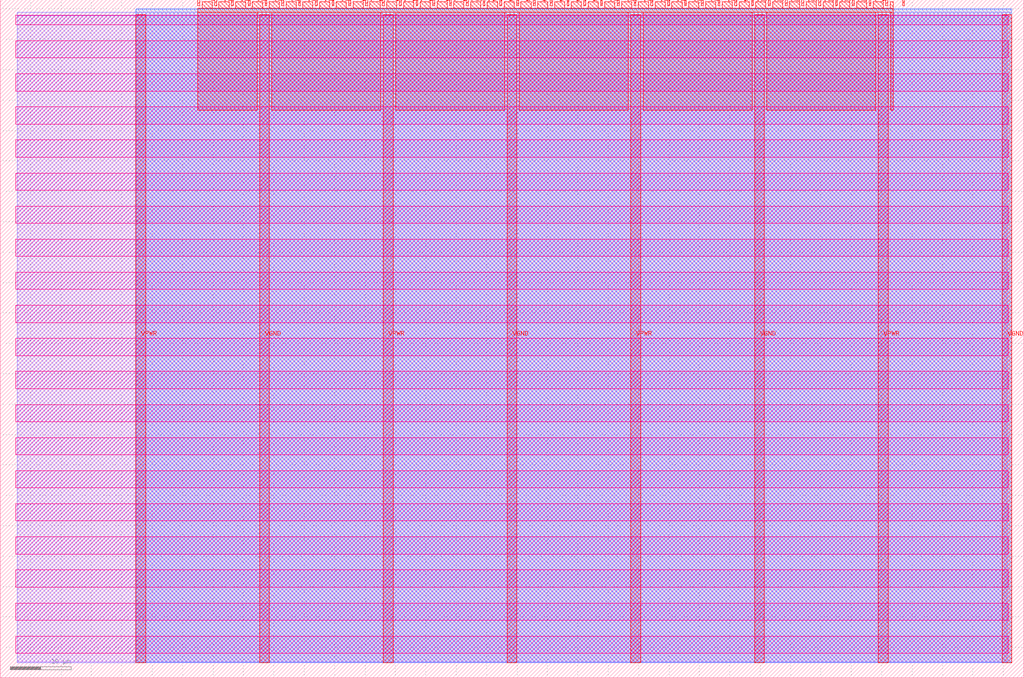
<source format=lef>
VERSION 5.7 ;
  NOWIREEXTENSIONATPIN ON ;
  DIVIDERCHAR "/" ;
  BUSBITCHARS "[]" ;
MACRO tt_um_mv_mult_alrdelcr_dup
  CLASS BLOCK ;
  FOREIGN tt_um_mv_mult_alrdelcr_dup ;
  ORIGIN 0.000 0.000 ;
  SIZE 168.360 BY 111.520 ;
  PIN VGND
    DIRECTION INOUT ;
    USE GROUND ;
    PORT
      LAYER met4 ;
        RECT 42.670 2.480 44.270 109.040 ;
    END
    PORT
      LAYER met4 ;
        RECT 83.380 2.480 84.980 109.040 ;
    END
    PORT
      LAYER met4 ;
        RECT 124.090 2.480 125.690 109.040 ;
    END
    PORT
      LAYER met4 ;
        RECT 164.800 2.480 166.400 109.040 ;
    END
  END VGND
  PIN VPWR
    DIRECTION INOUT ;
    USE POWER ;
    PORT
      LAYER met4 ;
        RECT 22.315 2.480 23.915 109.040 ;
    END
    PORT
      LAYER met4 ;
        RECT 63.025 2.480 64.625 109.040 ;
    END
    PORT
      LAYER met4 ;
        RECT 103.735 2.480 105.335 109.040 ;
    END
    PORT
      LAYER met4 ;
        RECT 144.445 2.480 146.045 109.040 ;
    END
  END VPWR
  PIN clk
    DIRECTION INPUT ;
    USE SIGNAL ;
    ANTENNAGATEAREA 0.852000 ;
    PORT
      LAYER met4 ;
        RECT 145.670 110.520 145.970 111.520 ;
    END
  END clk
  PIN ena
    DIRECTION INPUT ;
    USE SIGNAL ;
    PORT
      LAYER met4 ;
        RECT 148.430 110.520 148.730 111.520 ;
    END
  END ena
  PIN rst_n
    DIRECTION INPUT ;
    USE SIGNAL ;
    PORT
      LAYER met4 ;
        RECT 142.910 110.520 143.210 111.520 ;
    END
  END rst_n
  PIN ui_in[0]
    DIRECTION INPUT ;
    USE SIGNAL ;
    ANTENNAGATEAREA 0.196500 ;
    PORT
      LAYER met4 ;
        RECT 140.150 110.520 140.450 111.520 ;
    END
  END ui_in[0]
  PIN ui_in[1]
    DIRECTION INPUT ;
    USE SIGNAL ;
    ANTENNAGATEAREA 0.196500 ;
    PORT
      LAYER met4 ;
        RECT 137.390 110.520 137.690 111.520 ;
    END
  END ui_in[1]
  PIN ui_in[2]
    DIRECTION INPUT ;
    USE SIGNAL ;
    ANTENNAGATEAREA 0.196500 ;
    PORT
      LAYER met4 ;
        RECT 134.630 110.520 134.930 111.520 ;
    END
  END ui_in[2]
  PIN ui_in[3]
    DIRECTION INPUT ;
    USE SIGNAL ;
    ANTENNAGATEAREA 0.196500 ;
    PORT
      LAYER met4 ;
        RECT 131.870 110.520 132.170 111.520 ;
    END
  END ui_in[3]
  PIN ui_in[4]
    DIRECTION INPUT ;
    USE SIGNAL ;
    PORT
      LAYER met4 ;
        RECT 129.110 110.520 129.410 111.520 ;
    END
  END ui_in[4]
  PIN ui_in[5]
    DIRECTION INPUT ;
    USE SIGNAL ;
    PORT
      LAYER met4 ;
        RECT 126.350 110.520 126.650 111.520 ;
    END
  END ui_in[5]
  PIN ui_in[6]
    DIRECTION INPUT ;
    USE SIGNAL ;
    PORT
      LAYER met4 ;
        RECT 123.590 110.520 123.890 111.520 ;
    END
  END ui_in[6]
  PIN ui_in[7]
    DIRECTION INPUT ;
    USE SIGNAL ;
    PORT
      LAYER met4 ;
        RECT 120.830 110.520 121.130 111.520 ;
    END
  END ui_in[7]
  PIN uio_in[0]
    DIRECTION INPUT ;
    USE SIGNAL ;
    PORT
      LAYER met4 ;
        RECT 118.070 110.520 118.370 111.520 ;
    END
  END uio_in[0]
  PIN uio_in[1]
    DIRECTION INPUT ;
    USE SIGNAL ;
    PORT
      LAYER met4 ;
        RECT 115.310 110.520 115.610 111.520 ;
    END
  END uio_in[1]
  PIN uio_in[2]
    DIRECTION INPUT ;
    USE SIGNAL ;
    PORT
      LAYER met4 ;
        RECT 112.550 110.520 112.850 111.520 ;
    END
  END uio_in[2]
  PIN uio_in[3]
    DIRECTION INPUT ;
    USE SIGNAL ;
    PORT
      LAYER met4 ;
        RECT 109.790 110.520 110.090 111.520 ;
    END
  END uio_in[3]
  PIN uio_in[4]
    DIRECTION INPUT ;
    USE SIGNAL ;
    PORT
      LAYER met4 ;
        RECT 107.030 110.520 107.330 111.520 ;
    END
  END uio_in[4]
  PIN uio_in[5]
    DIRECTION INPUT ;
    USE SIGNAL ;
    PORT
      LAYER met4 ;
        RECT 104.270 110.520 104.570 111.520 ;
    END
  END uio_in[5]
  PIN uio_in[6]
    DIRECTION INPUT ;
    USE SIGNAL ;
    PORT
      LAYER met4 ;
        RECT 101.510 110.520 101.810 111.520 ;
    END
  END uio_in[6]
  PIN uio_in[7]
    DIRECTION INPUT ;
    USE SIGNAL ;
    PORT
      LAYER met4 ;
        RECT 98.750 110.520 99.050 111.520 ;
    END
  END uio_in[7]
  PIN uio_oe[0]
    DIRECTION OUTPUT TRISTATE ;
    USE SIGNAL ;
    PORT
      LAYER met4 ;
        RECT 51.830 110.520 52.130 111.520 ;
    END
  END uio_oe[0]
  PIN uio_oe[1]
    DIRECTION OUTPUT TRISTATE ;
    USE SIGNAL ;
    PORT
      LAYER met4 ;
        RECT 49.070 110.520 49.370 111.520 ;
    END
  END uio_oe[1]
  PIN uio_oe[2]
    DIRECTION OUTPUT TRISTATE ;
    USE SIGNAL ;
    PORT
      LAYER met4 ;
        RECT 46.310 110.520 46.610 111.520 ;
    END
  END uio_oe[2]
  PIN uio_oe[3]
    DIRECTION OUTPUT TRISTATE ;
    USE SIGNAL ;
    PORT
      LAYER met4 ;
        RECT 43.550 110.520 43.850 111.520 ;
    END
  END uio_oe[3]
  PIN uio_oe[4]
    DIRECTION OUTPUT TRISTATE ;
    USE SIGNAL ;
    PORT
      LAYER met4 ;
        RECT 40.790 110.520 41.090 111.520 ;
    END
  END uio_oe[4]
  PIN uio_oe[5]
    DIRECTION OUTPUT TRISTATE ;
    USE SIGNAL ;
    PORT
      LAYER met4 ;
        RECT 38.030 110.520 38.330 111.520 ;
    END
  END uio_oe[5]
  PIN uio_oe[6]
    DIRECTION OUTPUT TRISTATE ;
    USE SIGNAL ;
    PORT
      LAYER met4 ;
        RECT 35.270 110.520 35.570 111.520 ;
    END
  END uio_oe[6]
  PIN uio_oe[7]
    DIRECTION OUTPUT TRISTATE ;
    USE SIGNAL ;
    PORT
      LAYER met4 ;
        RECT 32.510 110.520 32.810 111.520 ;
    END
  END uio_oe[7]
  PIN uio_out[0]
    DIRECTION OUTPUT TRISTATE ;
    USE SIGNAL ;
    PORT
      LAYER met4 ;
        RECT 73.910 110.520 74.210 111.520 ;
    END
  END uio_out[0]
  PIN uio_out[1]
    DIRECTION OUTPUT TRISTATE ;
    USE SIGNAL ;
    PORT
      LAYER met4 ;
        RECT 71.150 110.520 71.450 111.520 ;
    END
  END uio_out[1]
  PIN uio_out[2]
    DIRECTION OUTPUT TRISTATE ;
    USE SIGNAL ;
    PORT
      LAYER met4 ;
        RECT 68.390 110.520 68.690 111.520 ;
    END
  END uio_out[2]
  PIN uio_out[3]
    DIRECTION OUTPUT TRISTATE ;
    USE SIGNAL ;
    PORT
      LAYER met4 ;
        RECT 65.630 110.520 65.930 111.520 ;
    END
  END uio_out[3]
  PIN uio_out[4]
    DIRECTION OUTPUT TRISTATE ;
    USE SIGNAL ;
    PORT
      LAYER met4 ;
        RECT 62.870 110.520 63.170 111.520 ;
    END
  END uio_out[4]
  PIN uio_out[5]
    DIRECTION OUTPUT TRISTATE ;
    USE SIGNAL ;
    PORT
      LAYER met4 ;
        RECT 60.110 110.520 60.410 111.520 ;
    END
  END uio_out[5]
  PIN uio_out[6]
    DIRECTION OUTPUT TRISTATE ;
    USE SIGNAL ;
    PORT
      LAYER met4 ;
        RECT 57.350 110.520 57.650 111.520 ;
    END
  END uio_out[6]
  PIN uio_out[7]
    DIRECTION OUTPUT TRISTATE ;
    USE SIGNAL ;
    PORT
      LAYER met4 ;
        RECT 54.590 110.520 54.890 111.520 ;
    END
  END uio_out[7]
  PIN uo_out[0]
    DIRECTION OUTPUT TRISTATE ;
    USE SIGNAL ;
    ANTENNAGATEAREA 0.378000 ;
    ANTENNADIFFAREA 0.891000 ;
    PORT
      LAYER met4 ;
        RECT 95.990 110.520 96.290 111.520 ;
    END
  END uo_out[0]
  PIN uo_out[1]
    DIRECTION OUTPUT TRISTATE ;
    USE SIGNAL ;
    ANTENNAGATEAREA 0.378000 ;
    ANTENNADIFFAREA 0.891000 ;
    PORT
      LAYER met4 ;
        RECT 93.230 110.520 93.530 111.520 ;
    END
  END uo_out[1]
  PIN uo_out[2]
    DIRECTION OUTPUT TRISTATE ;
    USE SIGNAL ;
    ANTENNAGATEAREA 0.378000 ;
    ANTENNADIFFAREA 0.891000 ;
    PORT
      LAYER met4 ;
        RECT 90.470 110.520 90.770 111.520 ;
    END
  END uo_out[2]
  PIN uo_out[3]
    DIRECTION OUTPUT TRISTATE ;
    USE SIGNAL ;
    ANTENNAGATEAREA 0.378000 ;
    ANTENNADIFFAREA 0.891000 ;
    PORT
      LAYER met4 ;
        RECT 87.710 110.520 88.010 111.520 ;
    END
  END uo_out[3]
  PIN uo_out[4]
    DIRECTION OUTPUT TRISTATE ;
    USE SIGNAL ;
    ANTENNAGATEAREA 0.378000 ;
    ANTENNADIFFAREA 0.891000 ;
    PORT
      LAYER met4 ;
        RECT 84.950 110.520 85.250 111.520 ;
    END
  END uo_out[4]
  PIN uo_out[5]
    DIRECTION OUTPUT TRISTATE ;
    USE SIGNAL ;
    ANTENNAGATEAREA 0.378000 ;
    ANTENNADIFFAREA 0.891000 ;
    PORT
      LAYER met4 ;
        RECT 82.190 110.520 82.490 111.520 ;
    END
  END uo_out[5]
  PIN uo_out[6]
    DIRECTION OUTPUT TRISTATE ;
    USE SIGNAL ;
    PORT
      LAYER met4 ;
        RECT 79.430 110.520 79.730 111.520 ;
    END
  END uo_out[6]
  PIN uo_out[7]
    DIRECTION OUTPUT TRISTATE ;
    USE SIGNAL ;
    PORT
      LAYER met4 ;
        RECT 76.670 110.520 76.970 111.520 ;
    END
  END uo_out[7]
  OBS
      LAYER nwell ;
        RECT 2.570 107.385 165.790 108.990 ;
        RECT 2.570 101.945 165.790 104.775 ;
        RECT 2.570 96.505 165.790 99.335 ;
        RECT 2.570 91.065 165.790 93.895 ;
        RECT 2.570 85.625 165.790 88.455 ;
        RECT 2.570 80.185 165.790 83.015 ;
        RECT 2.570 74.745 165.790 77.575 ;
        RECT 2.570 69.305 165.790 72.135 ;
        RECT 2.570 63.865 165.790 66.695 ;
        RECT 2.570 58.425 165.790 61.255 ;
        RECT 2.570 52.985 165.790 55.815 ;
        RECT 2.570 47.545 165.790 50.375 ;
        RECT 2.570 42.105 165.790 44.935 ;
        RECT 2.570 36.665 165.790 39.495 ;
        RECT 2.570 31.225 165.790 34.055 ;
        RECT 2.570 25.785 165.790 28.615 ;
        RECT 2.570 20.345 165.790 23.175 ;
        RECT 2.570 14.905 165.790 17.735 ;
        RECT 2.570 9.465 165.790 12.295 ;
        RECT 2.570 4.025 165.790 6.855 ;
      LAYER li1 ;
        RECT 2.760 2.635 165.600 108.885 ;
      LAYER met1 ;
        RECT 2.760 2.480 166.400 109.440 ;
      LAYER met2 ;
        RECT 22.345 2.535 166.370 110.005 ;
      LAYER met3 ;
        RECT 22.325 2.555 166.390 109.985 ;
      LAYER met4 ;
        RECT 33.210 110.120 34.870 111.170 ;
        RECT 35.970 110.120 37.630 111.170 ;
        RECT 38.730 110.120 40.390 111.170 ;
        RECT 41.490 110.120 43.150 111.170 ;
        RECT 44.250 110.120 45.910 111.170 ;
        RECT 47.010 110.120 48.670 111.170 ;
        RECT 49.770 110.120 51.430 111.170 ;
        RECT 52.530 110.120 54.190 111.170 ;
        RECT 55.290 110.120 56.950 111.170 ;
        RECT 58.050 110.120 59.710 111.170 ;
        RECT 60.810 110.120 62.470 111.170 ;
        RECT 63.570 110.120 65.230 111.170 ;
        RECT 66.330 110.120 67.990 111.170 ;
        RECT 69.090 110.120 70.750 111.170 ;
        RECT 71.850 110.120 73.510 111.170 ;
        RECT 74.610 110.120 76.270 111.170 ;
        RECT 77.370 110.120 79.030 111.170 ;
        RECT 80.130 110.120 81.790 111.170 ;
        RECT 82.890 110.120 84.550 111.170 ;
        RECT 85.650 110.120 87.310 111.170 ;
        RECT 88.410 110.120 90.070 111.170 ;
        RECT 91.170 110.120 92.830 111.170 ;
        RECT 93.930 110.120 95.590 111.170 ;
        RECT 96.690 110.120 98.350 111.170 ;
        RECT 99.450 110.120 101.110 111.170 ;
        RECT 102.210 110.120 103.870 111.170 ;
        RECT 104.970 110.120 106.630 111.170 ;
        RECT 107.730 110.120 109.390 111.170 ;
        RECT 110.490 110.120 112.150 111.170 ;
        RECT 113.250 110.120 114.910 111.170 ;
        RECT 116.010 110.120 117.670 111.170 ;
        RECT 118.770 110.120 120.430 111.170 ;
        RECT 121.530 110.120 123.190 111.170 ;
        RECT 124.290 110.120 125.950 111.170 ;
        RECT 127.050 110.120 128.710 111.170 ;
        RECT 129.810 110.120 131.470 111.170 ;
        RECT 132.570 110.120 134.230 111.170 ;
        RECT 135.330 110.120 136.990 111.170 ;
        RECT 138.090 110.120 139.750 111.170 ;
        RECT 140.850 110.120 142.510 111.170 ;
        RECT 143.610 110.120 145.270 111.170 ;
        RECT 146.370 110.120 146.905 111.170 ;
        RECT 32.495 109.440 146.905 110.120 ;
        RECT 32.495 93.335 42.270 109.440 ;
        RECT 44.670 93.335 62.625 109.440 ;
        RECT 65.025 93.335 82.980 109.440 ;
        RECT 85.380 93.335 103.335 109.440 ;
        RECT 105.735 93.335 123.690 109.440 ;
        RECT 126.090 93.335 144.045 109.440 ;
        RECT 146.445 93.335 146.905 109.440 ;
  END
END tt_um_mv_mult_alrdelcr_dup
END LIBRARY


</source>
